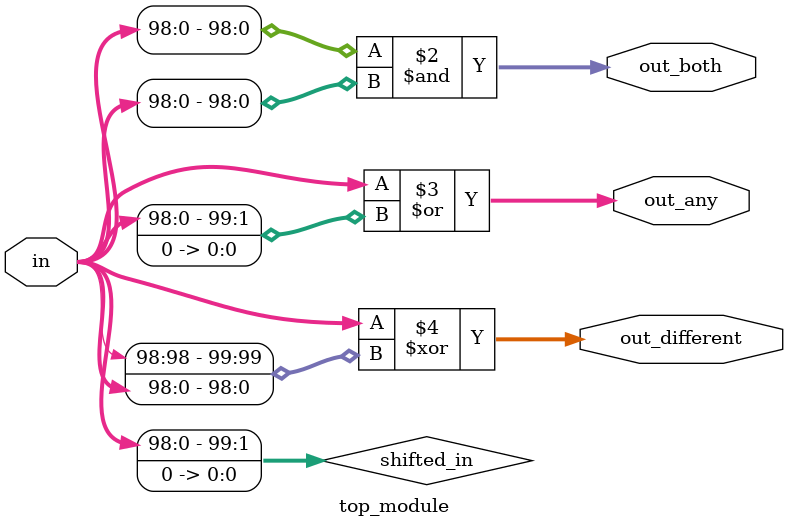
<source format=sv>
module top_module (
	input [99:0] in,
	output [98:0] out_both,
	output [99:0] out_any,
	output [99:0] out_different
);

	wire [99:0] shifted_in;
	
	assign shifted_in = in << 1;
	assign out_both = in[98:0] & shifted_in[99:1];
	assign out_any = in | shifted_in;
	assign out_different = in ^ {shifted_in[99], shifted_in[99:1]};

endmodule

</source>
